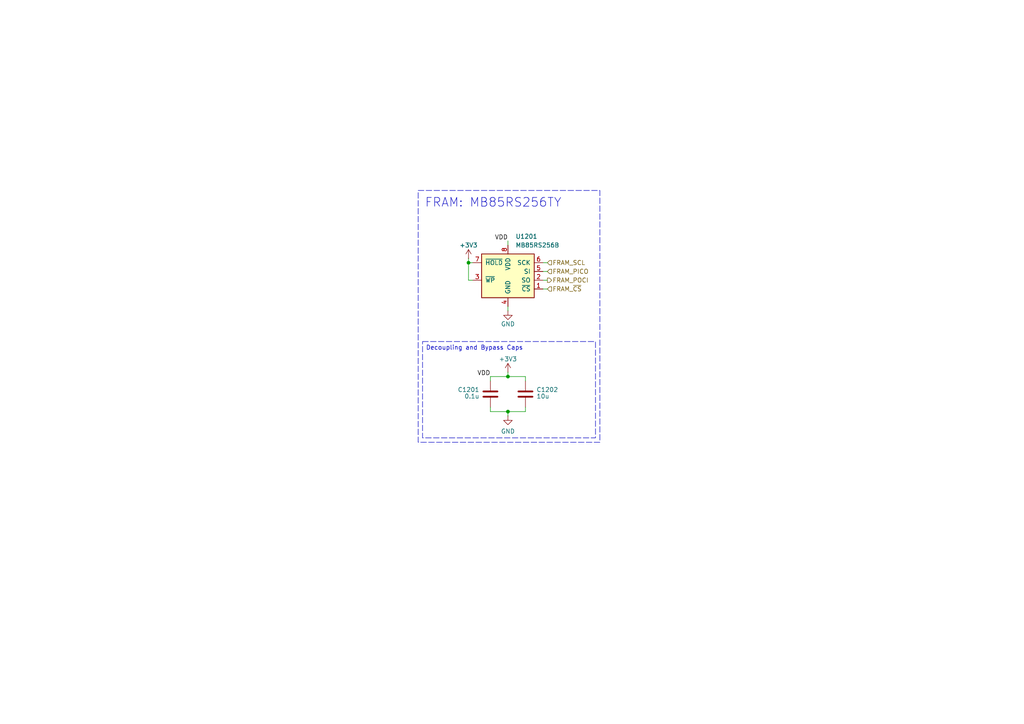
<source format=kicad_sch>
(kicad_sch (version 20231120) (generator "eeschema") (generator_version "8.0")
  (paper "A4")
  (title_block (title "bac MCU MicroMod Main Board Dual Function Single bacBus v1") (date "2025-02-12") (rev "1") (company "Build a CubeSat") (comment 1 "Manuel Imboden") (comment 2 "CC BY-SA 4.0") (comment 3 "https://buildacubesat.space"))
  (lib_symbols
    (symbol "Device:C" (pin_numbers hide) (pin_names (offset 0.254))
      (property "Reference" "C" (at 0.635 2.54 0))
      (property "Value" "C" (at 0.635 -2.54 0))
      (symbol "C_0_1"
        (polyline (pts (xy -2.032 -0.762) (xy 2.032 -0.762)) (stroke (width 0.508)))
        (polyline (pts (xy -2.032 0.762) (xy 2.032 0.762)) (stroke (width 0.508)))
      )
      (symbol "C_1_1"
        (pin passive line (at 0 3.81 270) (length 2.794) (name "~") (number "1"))
        (pin passive line (at 0 -3.81 90) (length 2.794) (name "~") (number "2"))
      )
    )
    (symbol "Memory_NVRAM:MB85RS256B" (pin_names (offset 1.016))
      (property "Reference" "U" (at -7.62 6.35 0))
      (property "Value" "MB85RS256B" (at 1.27 6.35 0))
      (symbol "MB85RS256B_0_1"
        (rectangle (start -7.62 5.08) (end 7.62 -7.62) (stroke (width 0.254)) (fill (type background)))
      )
      (symbol "MB85RS256B_1_1"
        (pin input line (at 10.16 -5.08 180) (length 2.54) (name "~{CS}") (number "1"))
        (pin output line (at 10.16 -2.54 180) (length 2.54) (name "SO") (number "2"))
        (pin input line (at -10.16 -2.54 0) (length 2.54) (name "~{WP}") (number "3"))
        (pin power_in line (at 0 -10.16 90) (length 2.54) (name "GND") (number "4"))
        (pin input line (at 10.16 0 180) (length 2.54) (name "SI") (number "5"))
        (pin input line (at 10.16 2.54 180) (length 2.54) (name "SCK") (number "6"))
        (pin input line (at -10.16 2.54 0) (length 2.54) (name "~{HOLD}") (number "7"))
        (pin power_in line (at 0 7.62 270) (length 2.54) (name "VDD") (number "8"))
      )
    )
    (symbol "power:+3.3V" (power) (pin_numbers hide) (pin_names (offset 0) hide)
      (property "Value" "+3.3V" (at 0 3.556 0))
      (symbol "+3.3V_0_1"
        (polyline (pts (xy -0.762 1.27) (xy 0 2.54)))
        (polyline (pts (xy 0 0) (xy 0 2.54)))
        (polyline (pts (xy 0 2.54) (xy 0.762 1.27)))
      )
      (symbol "+3.3V_1_1"
        (pin power_in line (at 0 0 90) (length 0) (name "~") (number "1"))
      )
    )
    (symbol "power:GND" (power) (pin_numbers hide) (pin_names (offset 0) hide)
      (property "Value" "GND" (at 0 -3.81 0))
      (symbol "GND_0_1"
        (polyline (pts (xy 0 0) (xy 0 -1.27) (xy 1.27 -1.27) (xy 0 -2.54) (xy -1.27 -1.27) (xy 0 -1.27)))
      )
      (symbol "GND_1_1"
        (pin power_in line (at 0 0 270) (length 0) (name "~") (number "1"))
      )
    )
  )
  (junction (at 147.32 109.22))
  (junction (at 135.89 76.2))
  (junction (at 147.32 119.38))
  (wire (pts (xy 135.89 74.93) (xy 135.89 76.2)))
  (wire (pts (xy 147.32 119.38) (xy 142.24 119.38)))
  (wire (pts (xy 152.4 119.38) (xy 147.32 119.38)))
  (wire (pts (xy 157.48 83.82) (xy 158.75 83.82)))
  (wire (pts (xy 152.4 109.22) (xy 152.4 110.49)))
  (wire (pts (xy 142.24 109.22) (xy 142.24 110.49)))
  (wire (pts (xy 135.89 76.2) (xy 135.89 81.28)))
  (wire (pts (xy 157.48 78.74) (xy 158.75 78.74)))
  (wire (pts (xy 147.32 90.17) (xy 147.32 88.9)))
  (wire (pts (xy 135.89 76.2) (xy 137.16 76.2)))
  (wire (pts (xy 157.48 81.28) (xy 158.75 81.28)))
  (wire (pts (xy 147.32 119.38) (xy 147.32 120.65)))
  (wire (pts (xy 142.24 119.38) (xy 142.24 118.11)))
  (wire (pts (xy 142.24 109.22) (xy 147.32 109.22)))
  (wire (pts (xy 157.48 76.2) (xy 158.75 76.2)))
  (wire (pts (xy 147.32 107.95) (xy 147.32 109.22)))
  (wire (pts (xy 147.32 69.85) (xy 147.32 71.12)))
  (wire (pts (xy 147.32 109.22) (xy 152.4 109.22)))
  (wire (pts (xy 135.89 81.28) (xy 137.16 81.28)))
  (wire (pts (xy 152.4 118.11) (xy 152.4 119.38)))
  (text_box "Decoupling and Bypass Caps" (at 122.555 99.06 0) (size 50.165 27.94) (stroke (width 0) (type dash)) (effects (font (size 1.27 1.27)) (justify left top)))
  (text_box "FRAM: MB85RS256TY" (at 121.285 55.245 0) (size 52.705 73.025) (stroke (width 0) (type dash)) (effects (font (size 2.54 2.54)) (justify left top)))
  (label "VDD" (at 147.32 69.85 180))
  (label "VDD" (at 142.24 109.22 180))
  (hierarchical_label "FRAM_POCI" (shape output) (at 158.75 81.28 0))
  (hierarchical_label "FRAM_~{CS}" (shape input) (at 158.75 83.82 0))
  (hierarchical_label "FRAM_PICO" (shape input) (at 158.75 78.74 0))
  (hierarchical_label "FRAM_SCL" (shape input) (at 158.75 76.2 0))
  (symbol (lib_id "power:+3.3V") (at 147.32 107.95 0) (unit 1)
    (property "Reference" "#PWR01203" (effects (hide yes)))
    (property "Value" "+3V3" (at 147.32 104.14 0))
    (property "Description" "Power symbol creates a global label with name \"+3.3V\"" (effects (hide yes)))
  )
  (symbol (lib_id "power:GND") (at 147.32 90.17 0) (unit 1)
    (property "Reference" "#PWR01202" (effects (hide yes)))
    (property "Value" "GND" (at 147.32 93.98 0))
    (property "Description" "Power symbol creates a global label with name \"GND\" , ground" (effects (hide yes)))
  )
  (symbol (lib_id "power:+3.3V") (at 135.89 74.93 0) (unit 1)
    (property "Reference" "#PWR01201" (effects (hide yes)))
    (property "Value" "+3V3" (at 135.89 71.12 0))
    (property "Description" "Power symbol creates a global label with name \"+3.3V\"" (effects (hide yes)))
  )
  (symbol (lib_id "Memory_NVRAM:MB85RS256B") (at 147.32 78.74 0) (unit 1)
    (property "Reference" "U1201" (at 149.5141 68.58 0) (effects (justify left)))
    (property "Value" "MB85RS256B" (at 149.5141 71.12 0) (effects (justify left)))
    (property "Footprint" "bac MicroMod Main Board v1:FU-MB85RS256B" (effects (hide yes)))
    (property "Datasheet" "https://www.fujitsu.com/us/Images/MB85RS16-DS501-00014-6v0-E.pdf" (effects (hide yes)))
    (property "Description" "FRAM memory with SPI interface, SOIC-8 SON-8" (effects (hide yes)))
  )
  (symbol (lib_id "Device:C") (at 152.4 114.3 0) (unit 1)
    (property "Reference" "C1202" (at 155.575 113.03 0) (effects (justify left)))
    (property "Value" "10u" (at 155.575 114.935 0) (effects (justify left)))
    (property "Footprint" "bac MicroMod Main Board v1:bac-C-0805-10u" (effects (hide yes)))
    (property "Description" "Unpolarized capacitor" (effects (hide yes)))
    (property "Rated Voltage" "25V" (effects (hide yes)))
    (property "Temperature Coefficient" "X7R " (effects (hide yes)))
  )
  (symbol (lib_id "power:GND") (at 147.32 120.65 0) (unit 1)
    (property "Reference" "#PWR01204" (effects (hide yes)))
    (property "Value" "GND" (at 147.32 125.095 0))
    (property "Description" "Power symbol creates a global label with name \"GND\" , ground" (effects (hide yes)))
  )
  (symbol (lib_id "Device:C") (at 142.24 114.3 0) (mirror y) (unit 1)
    (property "Reference" "C1201" (at 139.065 113.03 0) (effects (justify left)))
    (property "Value" "0.1u" (at 139.065 114.935 0) (effects (justify left)))
    (property "Footprint" "bac MicroMod Main Board v1:bac-C-0603-0.1u" (effects (hide yes)))
    (property "Description" "Unpolarized capacitor" (effects (hide yes)))
    (property "Height" "0.95mm" (effects (hide yes)))
    (property "Rated Voltage" "50V" (effects (hide yes)))
    (property "Temperature Coefficient" "X7R" (effects (hide yes)))
  )
)
</source>
